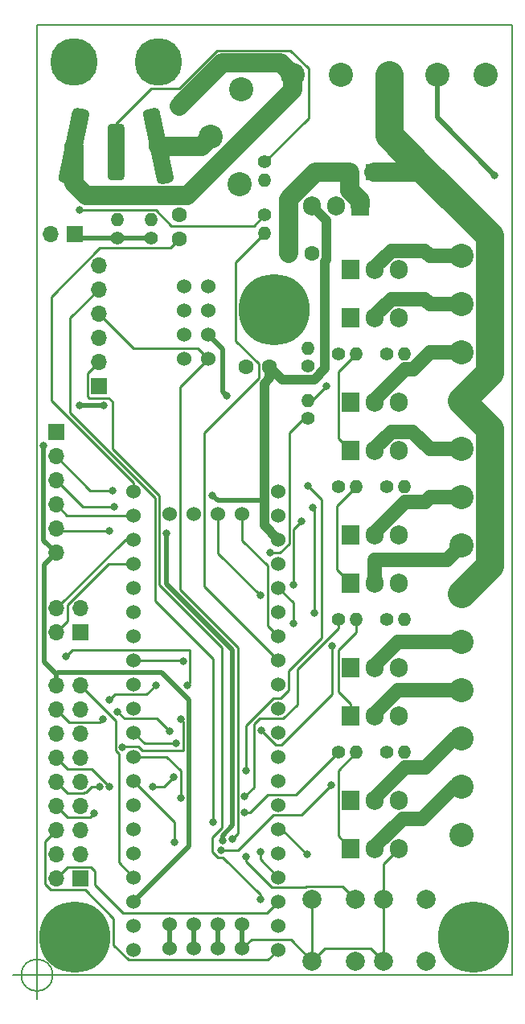
<source format=gbr>
%TF.GenerationSoftware,KiCad,Pcbnew,(5.99.0-1450-gc67d5d7f2)*%
%TF.CreationDate,2020-04-28T18:22:32-07:00*%
%TF.ProjectId,DMX_CTRL,444d585f-4354-4524-9c2e-6b696361645f,rev?*%
%TF.SameCoordinates,PX4c4b400PY8f0d180*%
%TF.FileFunction,Copper,L2,Bot*%
%TF.FilePolarity,Positive*%
%FSLAX46Y46*%
G04 Gerber Fmt 4.6, Leading zero omitted, Abs format (unit mm)*
G04 Created by KiCad (PCBNEW (5.99.0-1450-gc67d5d7f2)) date 2020-04-28 18:22:32*
%MOMM*%
%LPD*%
G01*
G04 APERTURE LIST*
%TA.AperFunction,Profile*%
%ADD10C,0.150000*%
%TD*%
%TA.AperFunction,ComponentPad*%
%ADD11C,1.524000*%
%TD*%
%TA.AperFunction,ComponentPad*%
%ADD12O,1.905000X2.000000*%
%TD*%
%TA.AperFunction,ComponentPad*%
%ADD13R,1.905000X2.000000*%
%TD*%
%TA.AperFunction,ComponentPad*%
%ADD14C,5.000000*%
%TD*%
%TA.AperFunction,ComponentPad*%
%ADD15C,2.000000*%
%TD*%
%TA.AperFunction,ComponentPad*%
%ADD16O,1.400000X1.400000*%
%TD*%
%TA.AperFunction,ComponentPad*%
%ADD17C,1.400000*%
%TD*%
%TA.AperFunction,ComponentPad*%
%ADD18C,7.500000*%
%TD*%
%TA.AperFunction,ComponentPad*%
%ADD19C,2.540000*%
%TD*%
%TA.AperFunction,ComponentPad*%
%ADD20C,1.600000*%
%TD*%
%TA.AperFunction,ComponentPad*%
%ADD21R,1.700000X1.700000*%
%TD*%
%TA.AperFunction,ComponentPad*%
%ADD22O,1.700000X1.700000*%
%TD*%
%TA.AperFunction,ViaPad*%
%ADD23C,0.800000*%
%TD*%
%TA.AperFunction,Conductor*%
%ADD24C,0.250000*%
%TD*%
%TA.AperFunction,Conductor*%
%ADD25C,3.000000*%
%TD*%
%TA.AperFunction,Conductor*%
%ADD26C,0.500000*%
%TD*%
%TA.AperFunction,Conductor*%
%ADD27C,2.000000*%
%TD*%
%TA.AperFunction,Conductor*%
%ADD28C,1.000000*%
%TD*%
%TA.AperFunction,Conductor*%
%ADD29C,1.500000*%
%TD*%
G04 APERTURE END LIST*
D10*
X1666666Y0D02*
G75*
G03*
X1666666Y0I-1666666J0D01*
G01*
X-2500000Y0D02*
X2500000Y0D01*
X0Y2500000D02*
X0Y-2500000D01*
X0Y100000000D02*
X0Y0D01*
X50000000Y100000000D02*
X0Y100000000D01*
X50000000Y0D02*
X50000000Y100000000D01*
X0Y0D02*
X50000000Y0D01*
D11*
X10170000Y2680000D03*
X10170000Y15380000D03*
X10170000Y33160000D03*
X10170000Y43320000D03*
X10170000Y5220000D03*
X10170000Y28080000D03*
X10170000Y10300000D03*
X10170000Y12840000D03*
X10170000Y7760000D03*
X10170000Y30620000D03*
X10170000Y25540000D03*
X10170000Y38240000D03*
X10170000Y17920000D03*
X10170000Y45860000D03*
X10170000Y40780000D03*
X10170000Y35700000D03*
X10170000Y48400000D03*
X10170000Y23000000D03*
X10170000Y50940000D03*
X10170000Y20460000D03*
X25410000Y2680000D03*
X25410000Y5220000D03*
X25410000Y7760000D03*
X25410000Y10300000D03*
X25410000Y12840000D03*
X25410000Y20460000D03*
X25410000Y15380000D03*
X25410000Y17920000D03*
X25410000Y23000000D03*
X25410000Y25540000D03*
X25410000Y28080000D03*
X25410000Y33160000D03*
X25410000Y30620000D03*
X25410000Y35700000D03*
X25410000Y38240000D03*
X25410000Y45860000D03*
X25410000Y40780000D03*
X25410000Y43320000D03*
X25410000Y48400000D03*
X25410000Y50940000D03*
D12*
X28920000Y81000000D03*
X31460000Y81000000D03*
D13*
X34000000Y81000000D03*
D12*
X38100000Y13335000D03*
X35560000Y13335000D03*
D13*
X33020000Y13335000D03*
D12*
X38100000Y18415000D03*
X35560000Y18415000D03*
D13*
X33020000Y18415000D03*
D12*
X38100000Y27305000D03*
X35560000Y27305000D03*
D13*
X33020000Y27305000D03*
D12*
X38100000Y32385000D03*
X35560000Y32385000D03*
D13*
X33020000Y32385000D03*
D12*
X38100000Y41275000D03*
X35560000Y41275000D03*
D13*
X33020000Y41275000D03*
D12*
X38100000Y46355000D03*
X35560000Y46355000D03*
D13*
X33020000Y46355000D03*
D12*
X38100000Y60325000D03*
X35560000Y60325000D03*
D13*
X33020000Y60325000D03*
D12*
X38100000Y55245000D03*
X35560000Y55245000D03*
D13*
X33020000Y55245000D03*
D12*
X38100000Y69215000D03*
X35560000Y69215000D03*
D13*
X33020000Y69215000D03*
D12*
X38100000Y74295000D03*
X35560000Y74295000D03*
D13*
X33020000Y74295000D03*
D11*
X21620000Y2780000D03*
X19080000Y2780000D03*
X16540000Y2780000D03*
X14000000Y2780000D03*
X14000000Y5320000D03*
X16540000Y5320000D03*
X19080000Y5320000D03*
X21620000Y5320000D03*
X21620000Y48500000D03*
X19080000Y48500000D03*
X16540000Y48500000D03*
X14000000Y48500000D03*
D14*
X12780000Y96160000D03*
X3890000Y96160000D03*
%TA.AperFunction,SMDPad,CuDef*%
G36*
G01*
X3498520Y83263849D02*
X2618187Y83450970D01*
G75*
G02*
X2271581Y83984696I93560J440166D01*
G01*
X3747754Y90929544D01*
G75*
G02*
X4281480Y91276150I440166J-93560D01*
G01*
X5161813Y91089030D01*
G75*
G02*
X5508419Y90555304I-93560J-440166D01*
G01*
X4032246Y83610456D01*
G75*
G02*
X3498520Y83263850I-440166J93560D01*
G01*
G37*
%TD.AperFunction*%
%TA.AperFunction,SMDPad,CuDef*%
G36*
G01*
X8785000Y83635000D02*
X7885000Y83635000D01*
G75*
G02*
X7435000Y84085000I0J450000D01*
G01*
X7435000Y89185000D01*
G75*
G02*
X7885000Y89635000I450000J0D01*
G01*
X8785000Y89635000D01*
G75*
G02*
X9235000Y89185000I0J-450000D01*
G01*
X9235000Y84085000D01*
G75*
G02*
X8785000Y83635000I-450000J0D01*
G01*
G37*
%TD.AperFunction*%
%TA.AperFunction,SMDPad,CuDef*%
G36*
G01*
X14051813Y83450970D02*
X13171480Y83263850D01*
G75*
G02*
X12637754Y83610456I-93560J440166D01*
G01*
X11161581Y90555304D01*
G75*
G02*
X11508187Y91089030I440166J93560D01*
G01*
X12388520Y91276150D01*
G75*
G02*
X12922246Y90929544I93560J-440166D01*
G01*
X14398419Y83984696D01*
G75*
G02*
X14051813Y83450970I-440166J-93560D01*
G01*
G37*
%TD.AperFunction*%
D15*
X41000000Y1500000D03*
X36500000Y1500000D03*
X41000000Y8000000D03*
X36500000Y8000000D03*
D16*
X12000000Y79500000D03*
D17*
X12000000Y77600000D03*
D16*
X8500000Y79500000D03*
D17*
X8500000Y77600000D03*
D18*
X46000000Y4000000D03*
D11*
X18040000Y72500000D03*
X18040000Y69960000D03*
X18040000Y67420000D03*
X18040000Y64880000D03*
X15500000Y64880000D03*
X15500000Y67420000D03*
X15500000Y69960000D03*
X15500000Y72500000D03*
D17*
X24000000Y85600000D03*
D16*
X24000000Y83700000D03*
D19*
X21500000Y93218000D03*
X21300000Y83218000D03*
X18300000Y88218000D03*
D20*
X15000000Y77500000D03*
X15000000Y80000000D03*
X26500000Y76000000D03*
X29000000Y76000000D03*
X24500000Y64000000D03*
X22000000Y64000000D03*
D18*
X4000000Y4000000D03*
X25000000Y70000000D03*
D21*
X4572000Y36068000D03*
D22*
X2032000Y36068000D03*
X4572000Y38608000D03*
X2032000Y38608000D03*
D21*
X4572000Y10160000D03*
D22*
X2032000Y10160000D03*
X4572000Y12700000D03*
X2032000Y12700000D03*
X4572000Y15240000D03*
X2032000Y15240000D03*
X4572000Y17780000D03*
X2032000Y17780000D03*
X4572000Y20320000D03*
X2032000Y20320000D03*
X4572000Y22860000D03*
X2032000Y22860000D03*
X4572000Y25400000D03*
X2032000Y25400000D03*
X4572000Y27940000D03*
X2032000Y27940000D03*
X4572000Y30480000D03*
X2032000Y30480000D03*
X32960000Y84500000D03*
D21*
X35500000Y84500000D03*
X2000000Y57150000D03*
D22*
X2000000Y54610000D03*
X2000000Y52070000D03*
X2000000Y49530000D03*
X2000000Y46990000D03*
X2000000Y44450000D03*
D21*
X4000000Y78000000D03*
D22*
X1460000Y78000000D03*
X6500000Y74700000D03*
X6500000Y72160000D03*
X6500000Y69620000D03*
X6500000Y67080000D03*
X6500000Y64540000D03*
D21*
X6500000Y62000000D03*
D17*
X31750000Y65405000D03*
D16*
X33650000Y65405000D03*
X38730000Y51435000D03*
D17*
X36830000Y51435000D03*
X31750000Y51435000D03*
D16*
X33650000Y51435000D03*
X38730000Y37465000D03*
D17*
X36830000Y37465000D03*
X31750000Y37465000D03*
D16*
X33650000Y37465000D03*
X38730000Y23495000D03*
D17*
X36830000Y23495000D03*
D16*
X33650000Y23495000D03*
D17*
X31750000Y23495000D03*
X28500000Y64100000D03*
D16*
X28500000Y66000000D03*
D17*
X28500000Y58600000D03*
D16*
X28500000Y60500000D03*
X38730000Y65405000D03*
D17*
X36830000Y65405000D03*
D16*
X24000000Y78100000D03*
D17*
X24000000Y80000000D03*
D15*
X33500000Y1500000D03*
X29000000Y1500000D03*
X33500000Y8000000D03*
X29000000Y8000000D03*
D19*
X44704000Y14732000D03*
X44704000Y19812000D03*
X44704000Y24892000D03*
X44704000Y29972000D03*
X44704000Y35052000D03*
X44704000Y40132000D03*
X44704000Y45212000D03*
X44704000Y50292000D03*
X44704000Y55372000D03*
X44704000Y60452000D03*
X44704000Y65532000D03*
X44704000Y70612000D03*
X44704000Y75692000D03*
X44704000Y80772000D03*
X26924000Y94742000D03*
X32004000Y94742000D03*
X37084000Y94742000D03*
X42164000Y94742000D03*
X47244000Y94742000D03*
D23*
X48200000Y84200000D03*
X6600000Y19800000D03*
X9000000Y24000000D03*
X4500000Y80500000D03*
X6000000Y17000000D03*
X21875032Y17142299D03*
X18576596Y16101915D03*
X19374089Y13151231D03*
X13638009Y46482102D03*
X14674957Y24379349D03*
X15374968Y33020000D03*
X15124968Y18675021D03*
X15124968Y26924000D03*
X21875032Y18792869D03*
X19539263Y14137507D03*
X15824979Y30543852D03*
X23500000Y8000000D03*
X14399958Y20828000D03*
X20617852Y14367567D03*
X14500000Y14000000D03*
X31000000Y20000000D03*
X27000000Y37000000D03*
X18500000Y50500000D03*
X22000000Y12500000D03*
X30497891Y62002109D03*
X699999Y55699999D03*
X4500000Y60000000D03*
X7000000Y60000000D03*
X20000000Y61000000D03*
X24549154Y44450846D03*
X23500000Y13000000D03*
X28500000Y51500000D03*
X22000000Y21500000D03*
X23500000Y40000000D03*
X15000000Y91500000D03*
X12500000Y30500000D03*
X8000000Y51000000D03*
X27031474Y41090202D03*
X27852639Y47752000D03*
X31089032Y34634153D03*
X23585010Y25781605D03*
X28448000Y12700000D03*
X29244943Y38144263D03*
X29027659Y49204341D03*
X7620000Y46736000D03*
X8128000Y49276000D03*
X13965340Y25658660D03*
X6986362Y26976720D03*
X8472313Y27750688D03*
X3048000Y33528000D03*
X12192000Y19812000D03*
X7620000Y19812000D03*
X7620000Y28956000D03*
D24*
X31742499Y57908675D02*
X31742499Y56522501D01*
X31742499Y56522501D02*
X33020000Y55245000D01*
X29244943Y38144263D02*
X29244943Y48987057D01*
X29244943Y48987057D02*
X29027659Y49204341D01*
X29969944Y40319468D02*
X29969944Y50030056D01*
X29969944Y50030056D02*
X28500000Y51500000D01*
X33650000Y51435000D02*
X31600000Y49385000D01*
X31600000Y49385000D02*
X31600000Y42695000D01*
X31600000Y42695000D02*
X33020000Y41275000D01*
X7620000Y46736000D02*
X2254000Y46736000D01*
X2254000Y46736000D02*
X2000000Y46990000D01*
X10170000Y48400000D02*
X3130000Y48400000D01*
X3130000Y48400000D02*
X2000000Y49530000D01*
X8128000Y49276000D02*
X4794000Y49276000D01*
X4794000Y49276000D02*
X2000000Y52070000D01*
X10170000Y45860000D02*
X9284000Y45860000D01*
X9284000Y45860000D02*
X2032000Y38608000D01*
X2032000Y36068000D02*
X3207001Y37243001D01*
X3207001Y39007001D02*
X7520000Y43320000D01*
X3207001Y37243001D02*
X3207001Y39007001D01*
X7520000Y43320000D02*
X10170000Y43320000D01*
X25410000Y35700000D02*
X24322999Y36787001D01*
X24322999Y36787001D02*
X24322999Y43077001D01*
X23500000Y40000000D02*
X19080000Y44420000D01*
X19080000Y44420000D02*
X19080000Y48500000D01*
X24322999Y43077001D02*
X21620000Y45780000D01*
X21620000Y45780000D02*
X21620000Y48500000D01*
X18040000Y64880000D02*
X16952999Y65967001D01*
X16952999Y65967001D02*
X10152999Y65967001D01*
X10152999Y65967001D02*
X6500000Y69620000D01*
D25*
X37084000Y88392000D02*
X37084000Y94742000D01*
X40664000Y84812000D02*
X37084000Y88392000D01*
D26*
X42164000Y94742000D02*
X42164000Y90236000D01*
X42164000Y90236000D02*
X48200000Y84200000D01*
X8500000Y77600000D02*
X4400000Y77600000D01*
X4400000Y77600000D02*
X4000000Y78000000D01*
X12000000Y77600000D02*
X8500000Y77600000D01*
X14000000Y2780000D02*
X14000000Y5320000D01*
X16540000Y2780000D02*
X16540000Y5320000D01*
X19080000Y2780000D02*
X19080000Y5320000D01*
D24*
X5200000Y19200000D02*
X5001004Y19200000D01*
X5001004Y19200000D02*
X4946003Y19144999D01*
X6600000Y19800000D02*
X5800000Y19800000D01*
X8274998Y23651998D02*
X8632988Y23294008D01*
X8274998Y26777002D02*
X8274998Y23651998D01*
X8632988Y23294008D02*
X8632988Y11837012D01*
X4572000Y30480000D02*
X8274998Y26777002D01*
X8632988Y11837012D02*
X10170000Y10300000D01*
X9087001Y24087001D02*
X9000000Y24000000D01*
X5800000Y19800000D02*
X5200000Y19200000D01*
X9648239Y24087001D02*
X9087001Y24087001D01*
D27*
X26500000Y76000000D02*
X26500000Y81671608D01*
X29328392Y84500000D02*
X32960000Y84500000D01*
X26500000Y81671608D02*
X29328392Y84500000D01*
X32960000Y84500000D02*
X32960000Y82591608D01*
X32960000Y82591608D02*
X34000000Y81551608D01*
X34000000Y81551608D02*
X34000000Y81000000D01*
X35500000Y84500000D02*
X40352000Y84500000D01*
X40352000Y84500000D02*
X40664000Y84812000D01*
D24*
X24000000Y85600000D02*
X28600000Y90200000D01*
X28600000Y90200000D02*
X28600000Y95426602D01*
X28600000Y95426602D02*
X28519001Y95507601D01*
X20924999Y75024999D02*
X24000000Y78100000D01*
X14142003Y78874999D02*
X22874999Y78874999D01*
X22874999Y78874999D02*
X24000000Y80000000D01*
X4525001Y80525001D02*
X4500000Y80500000D01*
X14142003Y78874999D02*
X12492001Y80525001D01*
X12492001Y80525001D02*
X4525001Y80525001D01*
X15087001Y49549409D02*
X15087001Y61927001D01*
X15087001Y61927001D02*
X18040000Y64880000D01*
X19573770Y12426230D02*
X19073770Y12426230D01*
X18500000Y14500000D02*
X19500000Y15500000D01*
X19073770Y12426230D02*
X18500000Y13000000D01*
X18500000Y13000000D02*
X18500000Y14500000D01*
X5529991Y16604999D02*
X5604999Y16604999D01*
X5604999Y16604999D02*
X6000000Y17000000D01*
D26*
X21620000Y5320000D02*
X21620000Y2780000D01*
D24*
X12462988Y39400601D02*
X18576596Y33286993D01*
X3500000Y59218763D02*
X12462988Y50255775D01*
X16099978Y34247001D02*
X16099978Y30818851D01*
X23436999Y26992999D02*
X22860000Y26416000D01*
D26*
X2181920Y31832001D02*
X2032000Y31682081D01*
D24*
X27262001Y19007001D02*
X24305419Y19007001D01*
D26*
X19539263Y14703192D02*
X19539263Y14137507D01*
D24*
X3500000Y69160000D02*
X3500000Y59218763D01*
X7950011Y55405162D02*
X12912999Y50442174D01*
X5324999Y63364999D02*
X5324999Y60889999D01*
X6500000Y72160000D02*
X3500000Y69160000D01*
X22860000Y26416000D02*
X22860000Y19777837D01*
X13383958Y19812000D02*
X14399958Y20828000D01*
X12192000Y19812000D02*
X13383958Y19812000D01*
X12462988Y50255775D02*
X12462988Y39400601D01*
X7573011Y60725001D02*
X7950011Y60348001D01*
D26*
X15974978Y13564978D02*
X15974978Y28971026D01*
D24*
X7950011Y60348001D02*
X7950011Y55405162D01*
X15124968Y21508036D02*
X15124968Y18675021D01*
X12912999Y50442174D02*
X12912999Y41087001D01*
D26*
X13114003Y31832001D02*
X2181920Y31832001D01*
D24*
X5489997Y60725001D02*
X7573011Y60725001D01*
X6500000Y64540000D02*
X5324999Y63364999D01*
X19573770Y12426230D02*
X23500000Y8500000D01*
D26*
X10170000Y7760000D02*
X15974978Y13564978D01*
D24*
X15087001Y49549409D02*
X15087001Y40539375D01*
X15399967Y23654339D02*
X15399967Y26649001D01*
X9648239Y24087001D02*
X10691761Y24087001D01*
X3767001Y34247001D02*
X16099978Y34247001D01*
X5324999Y60889999D02*
X5489997Y60725001D01*
X3048000Y33528000D02*
X3767001Y34247001D01*
X16099978Y30818851D02*
X15824979Y30543852D01*
X11330651Y24379349D02*
X14674957Y24379349D01*
X3207001Y11335001D02*
X5682001Y11335001D01*
X15234968Y33160000D02*
X15374968Y33020000D01*
X11124423Y23654339D02*
X15399967Y23654339D01*
X18576596Y33286993D02*
X18576596Y16101915D01*
X10170000Y25540000D02*
X11330651Y24379349D01*
X2032000Y20320000D02*
X3207001Y19144999D01*
X31750000Y23495000D02*
X27262001Y19007001D01*
X27432000Y32157051D02*
X27432000Y28493238D01*
D26*
X20575011Y34238177D02*
X20575011Y15738940D01*
D24*
X25931761Y26992999D02*
X23436999Y26992999D01*
X31000000Y20000000D02*
X27832999Y16832999D01*
X24305419Y19007001D02*
X22440717Y17142299D01*
X5682001Y11335001D02*
X6096000Y10921002D01*
D26*
X13638009Y41175179D02*
X20575011Y34238177D01*
D24*
X10170000Y33160000D02*
X15234968Y33160000D01*
X22860000Y19777837D02*
X21875032Y18792869D01*
X6096000Y10921002D02*
X6096000Y9523589D01*
D26*
X15974978Y28971026D02*
X13114003Y31832001D01*
D24*
X13633004Y23000000D02*
X15124968Y21508036D01*
X31750000Y37465000D02*
X31750000Y36475051D01*
D26*
X13638009Y46482102D02*
X13638009Y41175179D01*
D24*
X31750000Y36475051D02*
X27432000Y32157051D01*
X27432000Y28493238D02*
X25931761Y26992999D01*
X19500000Y34500000D02*
X19500000Y15500000D01*
X10691761Y24087001D02*
X11124423Y23654339D01*
X23500000Y8500000D02*
X23500000Y8000000D01*
X22440717Y17142299D02*
X21875032Y17142299D01*
X24183000Y6533000D02*
X25410000Y7760000D01*
X10170000Y23000000D02*
X13633004Y23000000D01*
X24888239Y16832999D02*
X21206471Y13151231D01*
X12912999Y41087001D02*
X19500000Y34500000D01*
X2032000Y10160000D02*
X3207001Y11335001D01*
X27832999Y16832999D02*
X24888239Y16832999D01*
X3207001Y19144999D02*
X4946003Y19144999D01*
X9086589Y6533000D02*
X24183000Y6533000D01*
X15399967Y26649001D02*
X15124968Y26924000D01*
D26*
X20575011Y15738940D02*
X19539263Y14703192D01*
D24*
X21150022Y34476354D02*
X21150022Y14899737D01*
X15087001Y40539375D02*
X21150022Y34476354D01*
X21206471Y13151231D02*
X19374089Y13151231D01*
X21150022Y14899737D02*
X20617852Y14367567D01*
X6096000Y9523589D02*
X9086589Y6533000D01*
D26*
X19600001Y61399999D02*
X19600001Y65859999D01*
D24*
X23374999Y62874999D02*
X17627001Y57127001D01*
X20924999Y66780173D02*
X23374999Y64330173D01*
D26*
X19600001Y65859999D02*
X18040000Y67420000D01*
X20000000Y61000000D02*
X19600001Y61399999D01*
D24*
X17627001Y57127001D02*
X17627001Y40942999D01*
X20924999Y75024999D02*
X20924999Y66780173D01*
X17627001Y40942999D02*
X25410000Y33160000D01*
X23374999Y64330173D02*
X23374999Y62874999D01*
X33020000Y13335000D02*
X31725002Y14629998D01*
X31725002Y14629998D02*
X31725002Y21570002D01*
X14500000Y16130000D02*
X14500000Y14000000D01*
X31725002Y21570002D02*
X33650000Y23495000D01*
X10170000Y20460000D02*
X14500000Y16130000D01*
X27000000Y37000000D02*
X27000000Y39190000D01*
X27000000Y39190000D02*
X25410000Y40780000D01*
D28*
X23947999Y49947999D02*
X23947999Y62281259D01*
X23947999Y47322001D02*
X23947999Y49947999D01*
D26*
X23947999Y49947999D02*
X19052001Y49947999D01*
X19052001Y49947999D02*
X18500000Y50500000D01*
D24*
X32174999Y9325001D02*
X33500000Y8000000D01*
X22000000Y11934315D02*
X24721316Y9212999D01*
X22000000Y12500000D02*
X22000000Y11934315D01*
X24721316Y9212999D02*
X28251997Y9212999D01*
X28251997Y9212999D02*
X28363999Y9325001D01*
X28363999Y9325001D02*
X32174999Y9325001D01*
X30497891Y62002109D02*
X28995782Y60500000D01*
X28995782Y60500000D02*
X28500000Y60500000D01*
D28*
X24500000Y64000000D02*
X25800001Y62699999D01*
X25800001Y62699999D02*
X29172001Y62699999D01*
X29172001Y62699999D02*
X30349999Y63877997D01*
X30349999Y63877997D02*
X30349999Y75129997D01*
X30349999Y75129997D02*
X30500001Y75279999D01*
X30500001Y75279999D02*
X30500001Y79419999D01*
X30500001Y79419999D02*
X28920000Y81000000D01*
X25410000Y45860000D02*
X23947999Y47322001D01*
X24500000Y62833260D02*
X24500000Y64000000D01*
X23947999Y62281259D02*
X24500000Y62833260D01*
D26*
X7000000Y60000000D02*
X4500000Y60000000D01*
X699999Y45750001D02*
X699999Y55699999D01*
X699999Y55699999D02*
X699999Y55939999D01*
X2000000Y44450000D02*
X699999Y45750001D01*
D24*
X24549154Y44450846D02*
X25609608Y44450846D01*
X25609608Y44450846D02*
X26581464Y45422702D01*
X26581464Y45422702D02*
X26581464Y57081464D01*
X26581464Y57081464D02*
X28500000Y59000000D01*
X29969944Y40319468D02*
X29969944Y35500939D01*
X26497001Y32027996D02*
X26497001Y29997001D01*
X25667001Y29167001D02*
X24888239Y29167001D01*
X24888239Y29167001D02*
X22000000Y26278762D01*
X22000000Y26278762D02*
X22000000Y21500000D01*
X29969944Y35500939D02*
X26497001Y32027996D01*
X26497001Y29997001D02*
X25667001Y29167001D01*
X23500000Y13000000D02*
X23500000Y12210000D01*
X23500000Y12210000D02*
X25410000Y10300000D01*
X8335000Y86635000D02*
X8335000Y89635000D01*
X8335000Y89635000D02*
X12034999Y93334999D01*
X12034999Y93334999D02*
X14961153Y93334999D01*
X18963162Y97337009D02*
X26689593Y97337009D01*
X14961153Y93334999D02*
X18963162Y97337009D01*
X26689593Y97337009D02*
X28519001Y95507601D01*
X10170000Y51830000D02*
X1500000Y60500000D01*
X1500000Y71439002D02*
X6635997Y76574999D01*
X10170000Y50940000D02*
X10170000Y51830000D01*
X1500000Y60500000D02*
X1500000Y71439002D01*
X6635997Y76574999D02*
X14074999Y76574999D01*
X14074999Y76574999D02*
X15000000Y77500000D01*
D27*
X25654001Y96011999D02*
X26924000Y94742000D01*
X19511999Y96011999D02*
X25654001Y96011999D01*
X15000000Y91500000D02*
X19511999Y96011999D01*
X3890000Y87270000D02*
X3890000Y83372204D01*
X3890000Y83372204D02*
X5205421Y82056783D01*
X5205421Y82056783D02*
X15794385Y82056783D01*
X15794385Y82056783D02*
X26924000Y93186398D01*
X26924000Y93186398D02*
X26924000Y94742000D01*
X12780000Y87270000D02*
X17352000Y87270000D01*
X17352000Y87270000D02*
X18300000Y88218000D01*
D24*
X36500000Y8000000D02*
X36500000Y11735000D01*
X36500000Y11735000D02*
X38100000Y13335000D01*
X36500000Y1500000D02*
X36500000Y8000000D01*
X29000000Y1500000D02*
X30325001Y2825001D01*
X35174999Y2825001D02*
X36500000Y1500000D01*
X30325001Y2825001D02*
X35174999Y2825001D01*
X29000000Y1500000D02*
X29000000Y8000000D01*
X21620000Y2780000D02*
X22607001Y3767001D01*
X22607001Y3767001D02*
X26732999Y3767001D01*
X26732999Y3767001D02*
X29000000Y1500000D01*
X7620000Y28956000D02*
X8196999Y29532999D01*
X8196999Y29532999D02*
X11532999Y29532999D01*
X11532999Y29532999D02*
X12500000Y30500000D01*
X8000000Y51000000D02*
X5610000Y51000000D01*
X5610000Y51000000D02*
X2000000Y54610000D01*
X27852639Y47752000D02*
X27031474Y46930835D01*
X27031474Y46930835D02*
X27031474Y41090202D01*
X23585010Y25781605D02*
X25123954Y24242661D01*
X25123954Y24242661D02*
X25721423Y24242661D01*
X25721423Y24242661D02*
X31089032Y29610270D01*
X31089032Y29610270D02*
X31089032Y34634153D01*
X28448000Y12700000D02*
X25768000Y15380000D01*
X33650000Y36122117D02*
X33650000Y37465000D01*
X31742499Y34214616D02*
X33650000Y36122117D01*
X33020000Y28555000D02*
X31742499Y29832501D01*
X33020000Y27305000D02*
X33020000Y28555000D01*
X31742499Y29832501D02*
X31742499Y34214616D01*
X31742499Y57908675D02*
X31742499Y63497499D01*
X31742499Y63497499D02*
X33650000Y65405000D01*
D26*
X2032000Y31682081D02*
X2032000Y30480000D01*
X2032000Y31682081D02*
X731999Y32982082D01*
X731999Y32982082D02*
X731999Y43181999D01*
X731999Y43181999D02*
X2000000Y44450000D01*
D24*
X8472313Y27750688D02*
X9230002Y26992999D01*
X12631001Y26992999D02*
X13965340Y25658660D01*
X9230002Y26992999D02*
X12631001Y26992999D01*
X3395279Y26576721D02*
X6586363Y26576721D01*
X6586363Y26576721D02*
X6986362Y26976720D01*
X2032000Y27940000D02*
X3395279Y26576721D01*
X3207001Y21684999D02*
X5747001Y21684999D01*
X2032000Y22860000D02*
X3207001Y21684999D01*
X5747001Y21684999D02*
X7620000Y19812000D01*
X3207001Y16604999D02*
X5529991Y16604999D01*
X2032000Y17780000D02*
X3207001Y16604999D01*
X25410000Y2680000D02*
X24322999Y1592999D01*
X24322999Y1592999D02*
X9648239Y1592999D01*
X9648239Y1592999D02*
X8075001Y3166237D01*
X8075001Y3166237D02*
X8075001Y5956001D01*
X8075001Y5956001D02*
X5046003Y8984999D01*
X5046003Y8984999D02*
X1467999Y8984999D01*
X1467999Y8984999D02*
X856999Y9595999D01*
X856999Y9595999D02*
X856999Y14064999D01*
X856999Y14064999D02*
X2032000Y15240000D01*
D29*
X35560000Y74493055D02*
X37311955Y76245010D01*
X37311955Y76245010D02*
X40850990Y76245010D01*
X40850990Y76245010D02*
X41404000Y75692000D01*
X41404000Y75692000D02*
X44704000Y75692000D01*
X35560000Y69413055D02*
X37311955Y71165010D01*
X37311955Y71165010D02*
X40850990Y71165010D01*
X40850990Y71165010D02*
X41404000Y70612000D01*
X41404000Y70612000D02*
X44704000Y70612000D01*
X35560000Y60523055D02*
X38791944Y63754999D01*
X38791944Y63754999D02*
X39626999Y63754999D01*
X39626999Y63754999D02*
X41404000Y65532000D01*
X41404000Y65532000D02*
X44704000Y65532000D01*
X41404000Y55372000D02*
X44704000Y55372000D01*
X35560000Y55443055D02*
X37311955Y57195010D01*
X37311955Y57195010D02*
X39580990Y57195010D01*
X39580990Y57195010D02*
X41404000Y55372000D01*
X35560000Y46553055D02*
X38791944Y49784999D01*
X38791944Y49784999D02*
X40896999Y49784999D01*
X40896999Y49784999D02*
X41404000Y50292000D01*
X41404000Y50292000D02*
X44704000Y50292000D01*
X35560000Y41275000D02*
X35560000Y43704979D01*
X35560000Y43704979D02*
X43196979Y43704979D01*
X43196979Y43704979D02*
X44704000Y45212000D01*
D25*
X44704000Y60452000D02*
X47674001Y57481999D01*
X47674001Y57481999D02*
X47674001Y43102001D01*
X44704000Y40132000D02*
X47674001Y43102001D01*
X44704000Y80772000D02*
X47674001Y77801999D01*
X47674001Y77801999D02*
X47674001Y63422001D01*
X44704000Y60452000D02*
X47674001Y63422001D01*
D28*
X40213998Y84812000D02*
X40664000Y84812000D01*
D25*
X40664000Y84812000D02*
X44704000Y80772000D01*
D29*
X35560000Y32583055D02*
X38028945Y35052000D01*
X38028945Y35052000D02*
X44704000Y35052000D01*
X35560000Y27503055D02*
X38028945Y29972000D01*
X38028945Y29972000D02*
X44704000Y29972000D01*
X35560000Y18613055D02*
X38791944Y21844999D01*
X38791944Y21844999D02*
X40896999Y21844999D01*
X40896999Y21844999D02*
X43944000Y24892000D01*
X38491935Y16464990D02*
X40596990Y16464990D01*
X35560000Y13533055D02*
X38491935Y16464990D01*
X40596990Y16464990D02*
X43944000Y19812000D01*
M02*

</source>
